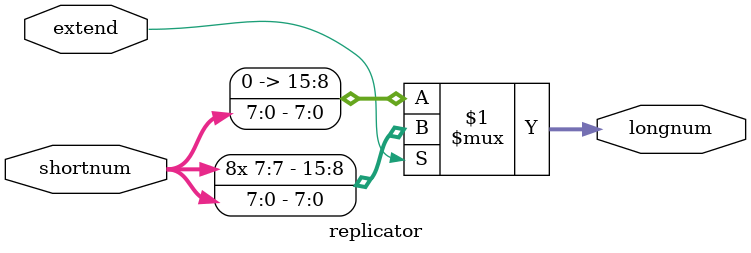
<source format=v>
`timescale 1ns / 1ps
module replicator(
    input [7:0] shortnum,
    output [15:0] longnum,
    input extend
    );

assign longnum = (extend) ? {{8{shortnum[7]}}, shortnum} : {8'b0, shortnum};

//                             { a vector of one bit
//                           {8 a vector replicated 8 times
//                          { a vector contatenating 2 vectors  
endmodule


</source>
